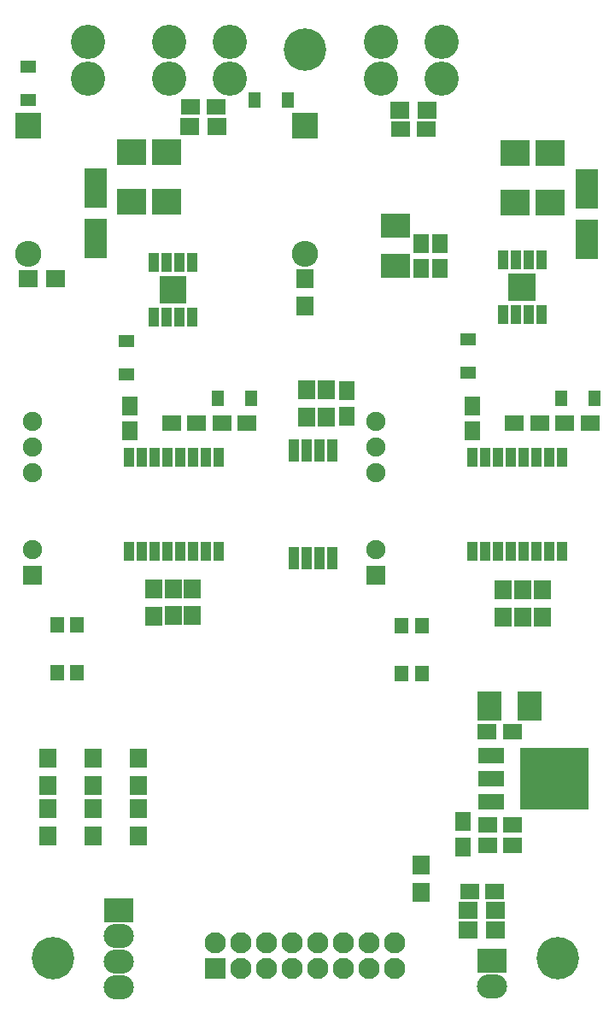
<source format=gts>
G04 #@! TF.GenerationSoftware,KiCad,Pcbnew,no-vcs-found-b05a40e~61~ubuntu17.10.1*
G04 #@! TF.CreationDate,2017-12-27T10:39:54-05:00*
G04 #@! TF.ProjectId,ENNOID Dual Gate Driver,454E4E4F4944204475616C2047617465,rev?*
G04 #@! TF.SameCoordinates,Original*
G04 #@! TF.FileFunction,Soldermask,Top*
G04 #@! TF.FilePolarity,Negative*
%FSLAX46Y46*%
G04 Gerber Fmt 4.6, Leading zero omitted, Abs format (unit mm)*
G04 Created by KiCad (PCBNEW no-vcs-found-b05a40e~61~ubuntu17.10.1) date Wed Dec 27 10:39:54 2017*
%MOMM*%
%LPD*%
G01*
G04 APERTURE LIST*
%ADD10C,4.200000*%
%ADD11R,2.900000X2.400000*%
%ADD12R,1.700000X1.900000*%
%ADD13R,2.400000X2.900000*%
%ADD14R,1.900000X1.650000*%
%ADD15R,1.650000X1.900000*%
%ADD16R,1.600000X1.300000*%
%ADD17R,1.300000X1.600000*%
%ADD18O,2.600000X2.600000*%
%ADD19R,2.600000X2.600000*%
%ADD20O,3.000000X2.400000*%
%ADD21R,3.000000X2.400000*%
%ADD22R,1.900000X1.700000*%
%ADD23R,3.000000X2.500000*%
%ADD24R,2.200000X3.900000*%
%ADD25R,1.000000X1.900000*%
%ADD26R,6.800000X6.200000*%
%ADD27R,2.600000X1.600000*%
%ADD28C,3.400000*%
%ADD29R,1.040000X2.305000*%
%ADD30C,2.100000*%
%ADD31R,2.100000X2.100000*%
%ADD32R,1.350000X1.650000*%
%ADD33O,1.900000X1.900000*%
%ADD34R,1.900000X1.900000*%
%ADD35R,1.000000X1.950000*%
%ADD36R,1.575000X1.575000*%
G04 APERTURE END LIST*
D10*
X30000000Y-3000000D03*
X5000000Y-93000000D03*
D11*
X38963600Y-20402800D03*
X38963600Y-24402800D03*
D12*
X13500000Y-78150000D03*
X13500000Y-80850000D03*
D13*
X52279300Y-67995800D03*
X48279300Y-67995800D03*
D14*
X48026000Y-70561200D03*
X50526000Y-70561200D03*
X48076800Y-79768700D03*
X50576800Y-79768700D03*
X50576800Y-81762600D03*
X48076800Y-81762600D03*
D15*
X12598400Y-38250000D03*
X12598400Y-40750000D03*
D14*
X19250000Y-40000000D03*
X16750000Y-40000000D03*
X24250000Y-40000000D03*
X21750000Y-40000000D03*
X18663600Y-8676640D03*
X21163600Y-8676640D03*
D15*
X46583600Y-38250000D03*
X46583600Y-40750000D03*
D14*
X53250000Y-40000000D03*
X50750000Y-40000000D03*
X58250000Y-40000000D03*
X55750000Y-40000000D03*
D15*
X41452800Y-22168800D03*
X41452800Y-24668800D03*
X43332400Y-22168800D03*
X43332400Y-24668800D03*
D14*
X39453500Y-10871200D03*
X41953500Y-10871200D03*
D15*
X34112200Y-36750000D03*
X34112200Y-39250000D03*
X45636180Y-79443260D03*
X45636180Y-81943260D03*
D14*
X46273400Y-86334600D03*
X48773400Y-86334600D03*
D16*
X12242800Y-31827200D03*
X12242800Y-35127200D03*
X46177200Y-34974800D03*
X46177200Y-31674800D03*
D17*
X24650000Y-37500000D03*
X21350000Y-37500000D03*
D18*
X2500000Y-23200000D03*
D19*
X2500000Y-10500000D03*
D16*
X2540000Y-4649200D03*
X2540000Y-7949200D03*
D17*
X58650000Y-37500000D03*
X55350000Y-37500000D03*
D19*
X30000000Y-10500000D03*
D18*
X30000000Y-23200000D03*
D17*
X24969200Y-7924800D03*
X28269200Y-7924800D03*
D20*
X11544300Y-95872300D03*
X11544300Y-93332300D03*
X11544300Y-90792300D03*
D21*
X11544300Y-88252300D03*
D20*
X48488600Y-95758000D03*
D21*
X48488600Y-93218000D03*
D12*
X15011400Y-59084200D03*
X15011400Y-56384200D03*
X18821400Y-59058800D03*
X18821400Y-56358800D03*
X16916400Y-56358800D03*
X16916400Y-59058800D03*
D22*
X5214600Y-25679400D03*
X2514600Y-25679400D03*
D23*
X12783600Y-13099600D03*
X12783600Y-17999600D03*
X16283600Y-17999600D03*
X16283600Y-13099600D03*
D22*
X21263600Y-10566400D03*
X18563600Y-10566400D03*
D12*
X9000000Y-80850000D03*
X9000000Y-78150000D03*
X49580800Y-56511200D03*
X49580800Y-59211200D03*
X53517800Y-56485800D03*
X53517800Y-59185800D03*
X51587400Y-56485800D03*
X51587400Y-59185800D03*
X30000000Y-25650000D03*
X30000000Y-28350000D03*
D23*
X54275200Y-13201200D03*
X54275200Y-18101200D03*
X50775200Y-18101200D03*
X50775200Y-13201200D03*
D22*
X42078900Y-8966200D03*
X39378900Y-8966200D03*
D12*
X32117600Y-39350000D03*
X32117600Y-36650000D03*
X30117600Y-36650000D03*
X30117600Y-39350000D03*
D22*
X48873400Y-90144600D03*
X46173400Y-90144600D03*
X48873400Y-88239600D03*
X46173400Y-88239600D03*
D24*
X9245600Y-16651600D03*
X9245600Y-21651600D03*
X57912000Y-21753200D03*
X57912000Y-16753200D03*
D12*
X13500000Y-73150000D03*
X13500000Y-75850000D03*
X9000000Y-75850000D03*
X9000000Y-73150000D03*
X41503600Y-86440000D03*
X41503600Y-83740000D03*
X4500000Y-78150000D03*
X4500000Y-80850000D03*
D25*
X21445000Y-52650000D03*
X20175000Y-52650000D03*
X18905000Y-52650000D03*
X17635000Y-52650000D03*
X16365000Y-52650000D03*
X15095000Y-52650000D03*
X13825000Y-52650000D03*
X12555000Y-52650000D03*
X12555000Y-43350000D03*
X13825000Y-43350000D03*
X15095000Y-43350000D03*
X16365000Y-43350000D03*
X17635000Y-43350000D03*
X18905000Y-43350000D03*
X20175000Y-43350000D03*
X21445000Y-43350000D03*
X55445000Y-43350000D03*
X54175000Y-43350000D03*
X52905000Y-43350000D03*
X51635000Y-43350000D03*
X50365000Y-43350000D03*
X49095000Y-43350000D03*
X47825000Y-43350000D03*
X46555000Y-43350000D03*
X46555000Y-52650000D03*
X47825000Y-52650000D03*
X49095000Y-52650000D03*
X50365000Y-52650000D03*
X51635000Y-52650000D03*
X52905000Y-52650000D03*
X54175000Y-52650000D03*
X55445000Y-52650000D03*
D26*
X54728800Y-75161200D03*
D27*
X48428800Y-77441200D03*
X48428800Y-75161200D03*
X48428800Y-72881200D03*
D28*
X22500000Y-5830000D03*
X22500000Y-2170000D03*
X8500000Y-5830000D03*
X8500000Y-2170000D03*
X16500000Y-5830000D03*
X16500000Y-2170000D03*
X43500000Y-5830000D03*
X43500000Y-2170000D03*
X37500000Y-2170000D03*
X37500000Y-5830000D03*
D29*
X32689800Y-42652500D03*
X31419800Y-42652500D03*
X30149800Y-42652500D03*
X28879800Y-42652500D03*
X28879800Y-53347500D03*
X30149800Y-53347500D03*
X31419800Y-53347500D03*
X32689800Y-53347500D03*
D30*
X38887400Y-91478100D03*
X38887400Y-94018100D03*
X36347400Y-91478100D03*
X36347400Y-94018100D03*
X33807400Y-91478100D03*
X33807400Y-94018100D03*
X31267400Y-91478100D03*
X31267400Y-94018100D03*
X28727400Y-91478100D03*
X28727400Y-94018100D03*
X26187400Y-91478100D03*
X26187400Y-94018100D03*
X23647400Y-91478100D03*
X23647400Y-94018100D03*
X21107400Y-91478100D03*
D31*
X21107400Y-94018100D03*
D32*
X5400800Y-64732000D03*
X7400800Y-64732000D03*
X7400800Y-59982000D03*
X5400800Y-59982000D03*
X39563800Y-60058200D03*
X41563800Y-60058200D03*
X41563800Y-64808200D03*
X39563800Y-64808200D03*
D33*
X3000000Y-39760000D03*
X3000000Y-42300000D03*
X3000000Y-44840000D03*
X3000000Y-52460000D03*
D34*
X3000000Y-55000000D03*
D33*
X37000000Y-39760000D03*
X37000000Y-42300000D03*
X37000000Y-44840000D03*
X37000000Y-52460000D03*
D34*
X37000000Y-55000000D03*
D35*
X14985400Y-29483600D03*
X16255400Y-29483600D03*
X17525400Y-29483600D03*
X18795400Y-29483600D03*
X18795400Y-24083600D03*
X17525400Y-24083600D03*
X16255400Y-24083600D03*
X14985400Y-24083600D03*
D36*
X17477900Y-26196100D03*
X16302900Y-26196100D03*
X17477900Y-27371100D03*
X16302900Y-27371100D03*
D35*
X49595000Y-29178800D03*
X50865000Y-29178800D03*
X52135000Y-29178800D03*
X53405000Y-29178800D03*
X53405000Y-23778800D03*
X52135000Y-23778800D03*
X50865000Y-23778800D03*
X49595000Y-23778800D03*
D36*
X52087500Y-25891300D03*
X50912500Y-25891300D03*
X52087500Y-27066300D03*
X50912500Y-27066300D03*
D12*
X4500000Y-75850000D03*
X4500000Y-73150000D03*
D10*
X55000000Y-93000000D03*
M02*

</source>
